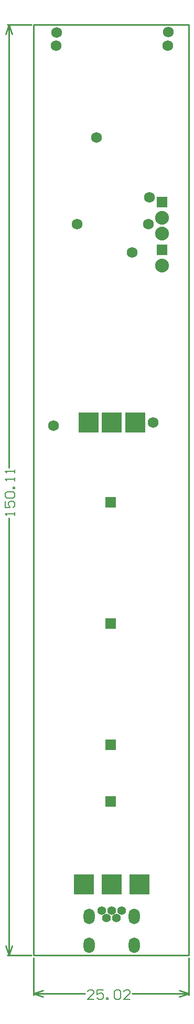
<source format=gbs>
%FSLAX43Y43*%
%MOMM*%
G71*
G01*
G75*
G04 Layer_Color=16711935*
%ADD10R,0.950X1.400*%
%ADD11R,0.900X1.400*%
%ADD12R,1.600X2.100*%
%ADD13O,2.000X0.600*%
%ADD14R,3.300X1.050*%
%ADD15R,1.050X2.950*%
%ADD16R,10.600X9.000*%
%ADD17R,0.600X1.550*%
%ADD18R,1.400X0.950*%
%ADD19R,1.050X3.300*%
%ADD20R,1.800X2.250*%
%ADD21R,1.050X1.400*%
%ADD22R,1.800X2.250*%
%ADD23R,2.100X1.600*%
%ADD24R,2.250X1.800*%
%ADD25C,0.800*%
%ADD26C,1.600*%
%ADD27C,2.000*%
%ADD28C,1.000*%
%ADD29C,0.500*%
%ADD30C,0.400*%
%ADD31C,0.700*%
%ADD32C,3.000*%
%ADD33C,1.500*%
%ADD34C,1.800*%
%ADD35C,0.600*%
%ADD36R,5.000X8.175*%
%ADD37C,0.254*%
%ADD38C,0.152*%
%ADD39R,1.524X1.524*%
%ADD40R,3.064X3.064*%
%ADD41O,1.600X2.300*%
%ADD42C,1.200*%
%ADD43R,1.524X1.524*%
%ADD44C,2.032*%
%ADD45C,1.524*%
%ADD46C,0.250*%
%ADD47C,0.200*%
%ADD48C,0.305*%
%ADD49R,1.153X1.603*%
%ADD50R,1.103X1.603*%
%ADD51R,1.803X2.303*%
%ADD52O,2.203X0.803*%
%ADD53R,3.503X1.253*%
%ADD54R,1.253X3.153*%
%ADD55R,10.803X9.203*%
%ADD56R,0.803X1.753*%
%ADD57R,1.603X1.153*%
%ADD58R,1.253X3.503*%
%ADD59R,2.003X2.453*%
%ADD60R,1.253X1.603*%
%ADD61R,2.003X2.453*%
%ADD62R,2.303X1.803*%
%ADD63R,2.453X2.003*%
%ADD64R,1.727X1.727*%
%ADD65R,3.267X3.267*%
%ADD66O,1.803X2.503*%
%ADD67C,1.403*%
%ADD68R,1.727X1.727*%
%ADD69C,2.235*%
%ADD70C,1.727*%
D37*
X25019Y-6379D02*
Y-381D01*
X0Y-6379D02*
Y-381D01*
X15937Y-6125D02*
X25019D01*
X0D02*
X8269D01*
X23495Y-5617D02*
X25019Y-6125D01*
X23495Y-6633D02*
X25019Y-6125D01*
X0D02*
X1524Y-6633D01*
X0Y-6125D02*
X1524Y-5617D01*
X-4254Y0D02*
X-381D01*
X-4254Y150114D02*
X-381D01*
X-4000Y0D02*
Y70562D01*
Y78739D02*
Y150114D01*
Y0D02*
X-3492Y1524D01*
X-4508D02*
X-4000Y0D01*
X-4508Y148590D02*
X-4000Y150114D01*
X-3492Y148590D01*
X0Y0D02*
Y150114D01*
X25019D01*
Y0D02*
Y150114D01*
X0Y0D02*
X25019D01*
D38*
X9691Y-7039D02*
X8675D01*
X9691Y-6023D01*
Y-5770D01*
X9437Y-5516D01*
X8929D01*
X8675Y-5770D01*
X11214Y-5516D02*
X10199D01*
Y-6277D01*
X10707Y-6023D01*
X10960D01*
X11214Y-6277D01*
Y-6785D01*
X10960Y-7039D01*
X10453D01*
X10199Y-6785D01*
X11722Y-7039D02*
Y-6785D01*
X11976D01*
Y-7039D01*
X11722D01*
X12992Y-5770D02*
X13246Y-5516D01*
X13754D01*
X14007Y-5770D01*
Y-6785D01*
X13754Y-7039D01*
X13246D01*
X12992Y-6785D01*
Y-5770D01*
X15531Y-7039D02*
X14515D01*
X15531Y-6023D01*
Y-5770D01*
X15277Y-5516D01*
X14769D01*
X14515Y-5770D01*
X-3086Y70969D02*
Y71477D01*
Y71223D01*
X-4609D01*
X-4355Y70969D01*
X-4609Y73254D02*
Y72238D01*
X-3848D01*
X-4102Y72746D01*
Y73000D01*
X-3848Y73254D01*
X-3340D01*
X-3086Y73000D01*
Y72492D01*
X-3340Y72238D01*
X-4355Y73762D02*
X-4609Y74016D01*
Y74524D01*
X-4355Y74778D01*
X-3340D01*
X-3086Y74524D01*
Y74016D01*
X-3340Y73762D01*
X-4355D01*
X-3086Y75285D02*
X-3340D01*
Y75539D01*
X-3086D01*
Y75285D01*
Y76555D02*
Y77063D01*
Y76809D01*
X-4609D01*
X-4355Y76555D01*
X-3086Y77825D02*
Y78332D01*
Y78078D01*
X-4609D01*
X-4355Y77825D01*
D64*
X12443Y24876D02*
D03*
Y34020D02*
D03*
Y53578D02*
D03*
Y73136D02*
D03*
D65*
X16383Y85979D02*
D03*
X12573D02*
D03*
X8890D02*
D03*
X17069Y11430D02*
D03*
X12573D02*
D03*
X8077D02*
D03*
D66*
X8923Y1689D02*
D03*
X16223D02*
D03*
X8923Y6339D02*
D03*
X16223D02*
D03*
D67*
X10973Y7239D02*
D03*
X11773Y6039D02*
D03*
X12573Y7239D02*
D03*
X13373Y6039D02*
D03*
X14173Y7239D02*
D03*
D68*
X20701Y113792D02*
D03*
Y121539D02*
D03*
D69*
Y111252D02*
D03*
Y116459D02*
D03*
Y118999D02*
D03*
D70*
X15875Y113411D02*
D03*
X10160Y131953D02*
D03*
X19304Y85979D02*
D03*
X3225Y85500D02*
D03*
X6985Y117983D02*
D03*
X18542D02*
D03*
X18669Y122301D02*
D03*
X3600Y146750D02*
D03*
X3700Y148925D02*
D03*
X21750Y148975D02*
D03*
X21650Y146800D02*
D03*
M02*

</source>
